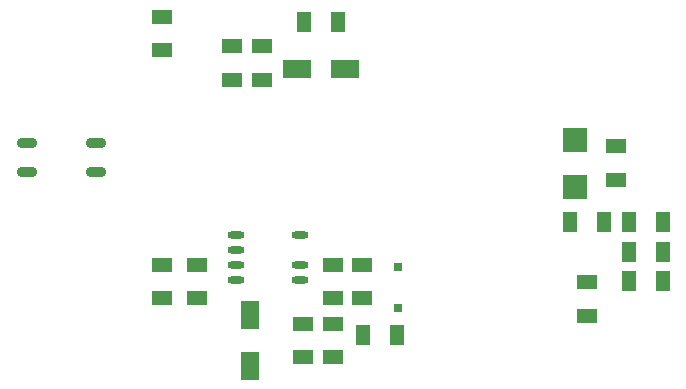
<source format=gtp>
G04 Layer_Color=8421504*
%FSLAX25Y25*%
%MOIN*%
G70*
G01*
G75*
%ADD10R,0.07087X0.04921*%
%ADD11R,0.04921X0.07087*%
%ADD12R,0.09646X0.06102*%
%ADD13R,0.06299X0.09252*%
%ADD14O,0.05709X0.02362*%
%ADD15O,0.06890X0.03347*%
%ADD16R,0.02756X0.03150*%
%ADD17R,0.07874X0.07874*%
D10*
X165354Y-55413D02*
D03*
Y-66634D02*
D03*
X259842Y-52854D02*
D03*
Y-41634D02*
D03*
X269685Y3642D02*
D03*
Y-7579D02*
D03*
X141732Y37106D02*
D03*
Y25886D02*
D03*
X151575Y37106D02*
D03*
Y25886D02*
D03*
X129921Y-46949D02*
D03*
Y-35728D02*
D03*
X118110Y35728D02*
D03*
Y46949D02*
D03*
Y-46949D02*
D03*
Y-35728D02*
D03*
X185039D02*
D03*
Y-46949D02*
D03*
X175197Y-46949D02*
D03*
Y-35728D02*
D03*
Y-55413D02*
D03*
Y-66634D02*
D03*
D11*
X285138Y-41339D02*
D03*
X273917D02*
D03*
X285138Y-31496D02*
D03*
X273917D02*
D03*
X254232Y-21654D02*
D03*
X265453D02*
D03*
X273917D02*
D03*
X285138D02*
D03*
X176870Y45276D02*
D03*
X165650D02*
D03*
X196555Y-59055D02*
D03*
X185335D02*
D03*
D12*
X163386Y29528D02*
D03*
X179134D02*
D03*
D13*
X147638Y-52559D02*
D03*
Y-69488D02*
D03*
D14*
X164272Y-25965D02*
D03*
Y-35965D02*
D03*
Y-40965D02*
D03*
X142815Y-35965D02*
D03*
Y-25965D02*
D03*
Y-30965D02*
D03*
Y-40965D02*
D03*
D15*
X96161Y4921D02*
D03*
Y-4921D02*
D03*
X73130D02*
D03*
Y4921D02*
D03*
D16*
X196850Y-36417D02*
D03*
Y-50197D02*
D03*
D17*
X255906Y5906D02*
D03*
Y-9843D02*
D03*
M02*

</source>
